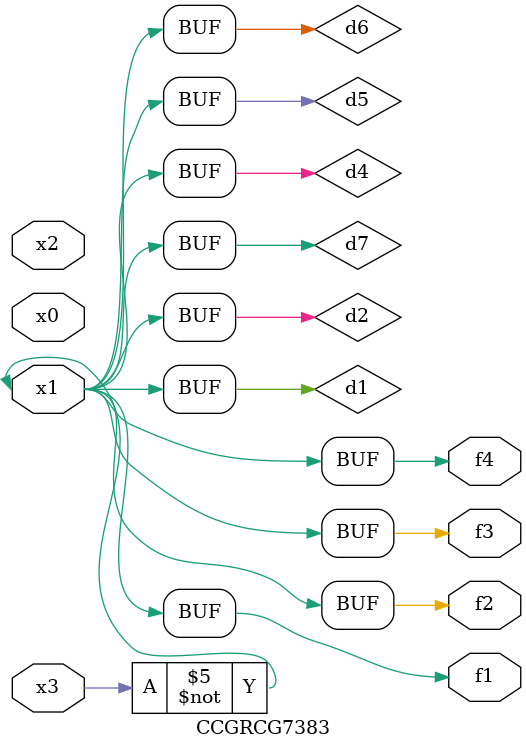
<source format=v>
module CCGRCG7383(
	input x0, x1, x2, x3,
	output f1, f2, f3, f4
);

	wire d1, d2, d3, d4, d5, d6, d7;

	not (d1, x3);
	buf (d2, x1);
	xnor (d3, d1, d2);
	nor (d4, d1);
	buf (d5, d1, d2);
	buf (d6, d4, d5);
	nand (d7, d4);
	assign f1 = d6;
	assign f2 = d7;
	assign f3 = d6;
	assign f4 = d6;
endmodule

</source>
